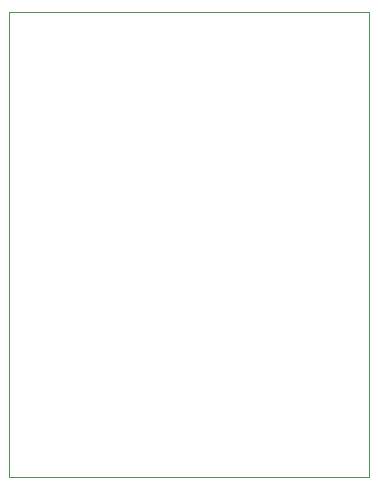
<source format=gbr>
G04 #@! TF.GenerationSoftware,KiCad,Pcbnew,5.1.5-52549c5~84~ubuntu18.04.1*
G04 #@! TF.CreationDate,2019-12-04T11:12:13-07:00*
G04 #@! TF.ProjectId,relay-shift,72656c61-792d-4736-9869-66742e6b6963,rev?*
G04 #@! TF.SameCoordinates,Original*
G04 #@! TF.FileFunction,Profile,NP*
%FSLAX46Y46*%
G04 Gerber Fmt 4.6, Leading zero omitted, Abs format (unit mm)*
G04 Created by KiCad (PCBNEW 5.1.5-52549c5~84~ubuntu18.04.1) date 2019-12-04 11:12:13*
%MOMM*%
%LPD*%
G04 APERTURE LIST*
%ADD10C,0.050000*%
G04 APERTURE END LIST*
D10*
X139700000Y-93980000D02*
X139700000Y-54610000D01*
X170180000Y-93980000D02*
X139700000Y-93980000D01*
X170180000Y-54610000D02*
X170180000Y-93980000D01*
X139700000Y-54610000D02*
X170180000Y-54610000D01*
M02*

</source>
